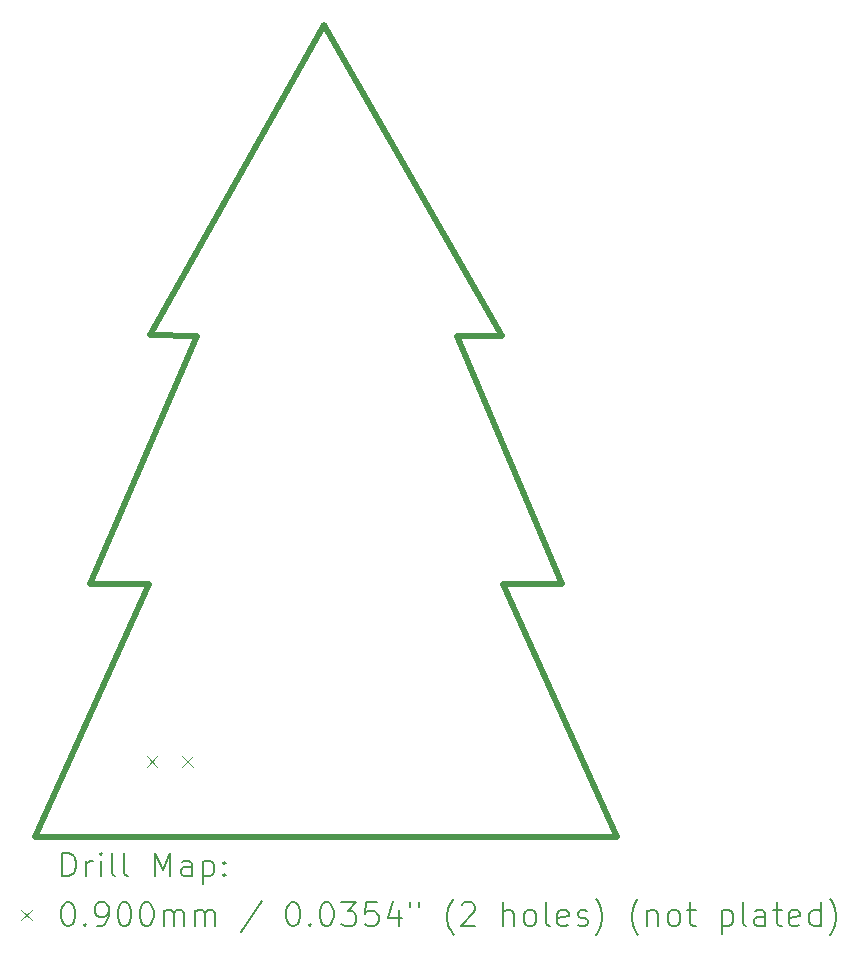
<source format=gbr>
%TF.GenerationSoftware,KiCad,Pcbnew,8.0.4*%
%TF.CreationDate,2024-12-02T20:50:36-07:00*%
%TF.ProjectId,tree,74726565-2e6b-4696-9361-645f70636258,rev?*%
%TF.SameCoordinates,Original*%
%TF.FileFunction,Drillmap*%
%TF.FilePolarity,Positive*%
%FSLAX45Y45*%
G04 Gerber Fmt 4.5, Leading zero omitted, Abs format (unit mm)*
G04 Created by KiCad (PCBNEW 8.0.4) date 2024-12-02 20:50:36*
%MOMM*%
%LPD*%
G01*
G04 APERTURE LIST*
%ADD10C,0.500000*%
%ADD11C,0.200000*%
%ADD12C,0.100000*%
G04 APERTURE END LIST*
D10*
X13120857Y-10040963D02*
X12621446Y-10040342D01*
X16621266Y-10040905D02*
X16120410Y-10041979D01*
X13528989Y-7938819D02*
X13129779Y-7933244D01*
X14600000Y-5310000D02*
X16112601Y-7938783D01*
X12621446Y-10040342D02*
X13528989Y-7938819D01*
X13129779Y-7933244D02*
X14600000Y-5310000D01*
X12152020Y-12179984D02*
X13120857Y-10040963D01*
X17079949Y-12179984D02*
X12152020Y-12179984D01*
X16120410Y-10041979D02*
X17079949Y-12179984D01*
X16112601Y-7938783D02*
X15727174Y-7943034D01*
X15727174Y-7943034D02*
X16621266Y-10040905D01*
D11*
D12*
X13100000Y-11501000D02*
X13190000Y-11591000D01*
X13190000Y-11501000D02*
X13100000Y-11591000D01*
X13400000Y-11501000D02*
X13490000Y-11591000D01*
X13490000Y-11501000D02*
X13400000Y-11591000D01*
D11*
X12387797Y-12516468D02*
X12387797Y-12316468D01*
X12387797Y-12316468D02*
X12435416Y-12316468D01*
X12435416Y-12316468D02*
X12463988Y-12325991D01*
X12463988Y-12325991D02*
X12483035Y-12345039D01*
X12483035Y-12345039D02*
X12492559Y-12364087D01*
X12492559Y-12364087D02*
X12502083Y-12402182D01*
X12502083Y-12402182D02*
X12502083Y-12430753D01*
X12502083Y-12430753D02*
X12492559Y-12468849D01*
X12492559Y-12468849D02*
X12483035Y-12487896D01*
X12483035Y-12487896D02*
X12463988Y-12506944D01*
X12463988Y-12506944D02*
X12435416Y-12516468D01*
X12435416Y-12516468D02*
X12387797Y-12516468D01*
X12587797Y-12516468D02*
X12587797Y-12383134D01*
X12587797Y-12421230D02*
X12597321Y-12402182D01*
X12597321Y-12402182D02*
X12606845Y-12392658D01*
X12606845Y-12392658D02*
X12625892Y-12383134D01*
X12625892Y-12383134D02*
X12644940Y-12383134D01*
X12711607Y-12516468D02*
X12711607Y-12383134D01*
X12711607Y-12316468D02*
X12702083Y-12325991D01*
X12702083Y-12325991D02*
X12711607Y-12335515D01*
X12711607Y-12335515D02*
X12721130Y-12325991D01*
X12721130Y-12325991D02*
X12711607Y-12316468D01*
X12711607Y-12316468D02*
X12711607Y-12335515D01*
X12835416Y-12516468D02*
X12816369Y-12506944D01*
X12816369Y-12506944D02*
X12806845Y-12487896D01*
X12806845Y-12487896D02*
X12806845Y-12316468D01*
X12940178Y-12516468D02*
X12921130Y-12506944D01*
X12921130Y-12506944D02*
X12911607Y-12487896D01*
X12911607Y-12487896D02*
X12911607Y-12316468D01*
X13168750Y-12516468D02*
X13168750Y-12316468D01*
X13168750Y-12316468D02*
X13235416Y-12459325D01*
X13235416Y-12459325D02*
X13302083Y-12316468D01*
X13302083Y-12316468D02*
X13302083Y-12516468D01*
X13483035Y-12516468D02*
X13483035Y-12411706D01*
X13483035Y-12411706D02*
X13473511Y-12392658D01*
X13473511Y-12392658D02*
X13454464Y-12383134D01*
X13454464Y-12383134D02*
X13416369Y-12383134D01*
X13416369Y-12383134D02*
X13397321Y-12392658D01*
X13483035Y-12506944D02*
X13463988Y-12516468D01*
X13463988Y-12516468D02*
X13416369Y-12516468D01*
X13416369Y-12516468D02*
X13397321Y-12506944D01*
X13397321Y-12506944D02*
X13387797Y-12487896D01*
X13387797Y-12487896D02*
X13387797Y-12468849D01*
X13387797Y-12468849D02*
X13397321Y-12449801D01*
X13397321Y-12449801D02*
X13416369Y-12440277D01*
X13416369Y-12440277D02*
X13463988Y-12440277D01*
X13463988Y-12440277D02*
X13483035Y-12430753D01*
X13578273Y-12383134D02*
X13578273Y-12583134D01*
X13578273Y-12392658D02*
X13597321Y-12383134D01*
X13597321Y-12383134D02*
X13635416Y-12383134D01*
X13635416Y-12383134D02*
X13654464Y-12392658D01*
X13654464Y-12392658D02*
X13663988Y-12402182D01*
X13663988Y-12402182D02*
X13673511Y-12421230D01*
X13673511Y-12421230D02*
X13673511Y-12478372D01*
X13673511Y-12478372D02*
X13663988Y-12497420D01*
X13663988Y-12497420D02*
X13654464Y-12506944D01*
X13654464Y-12506944D02*
X13635416Y-12516468D01*
X13635416Y-12516468D02*
X13597321Y-12516468D01*
X13597321Y-12516468D02*
X13578273Y-12506944D01*
X13759226Y-12497420D02*
X13768750Y-12506944D01*
X13768750Y-12506944D02*
X13759226Y-12516468D01*
X13759226Y-12516468D02*
X13749702Y-12506944D01*
X13749702Y-12506944D02*
X13759226Y-12497420D01*
X13759226Y-12497420D02*
X13759226Y-12516468D01*
X13759226Y-12392658D02*
X13768750Y-12402182D01*
X13768750Y-12402182D02*
X13759226Y-12411706D01*
X13759226Y-12411706D02*
X13749702Y-12402182D01*
X13749702Y-12402182D02*
X13759226Y-12392658D01*
X13759226Y-12392658D02*
X13759226Y-12411706D01*
D12*
X12037020Y-12799984D02*
X12127020Y-12889984D01*
X12127020Y-12799984D02*
X12037020Y-12889984D01*
D11*
X12425892Y-12736468D02*
X12444940Y-12736468D01*
X12444940Y-12736468D02*
X12463988Y-12745991D01*
X12463988Y-12745991D02*
X12473511Y-12755515D01*
X12473511Y-12755515D02*
X12483035Y-12774563D01*
X12483035Y-12774563D02*
X12492559Y-12812658D01*
X12492559Y-12812658D02*
X12492559Y-12860277D01*
X12492559Y-12860277D02*
X12483035Y-12898372D01*
X12483035Y-12898372D02*
X12473511Y-12917420D01*
X12473511Y-12917420D02*
X12463988Y-12926944D01*
X12463988Y-12926944D02*
X12444940Y-12936468D01*
X12444940Y-12936468D02*
X12425892Y-12936468D01*
X12425892Y-12936468D02*
X12406845Y-12926944D01*
X12406845Y-12926944D02*
X12397321Y-12917420D01*
X12397321Y-12917420D02*
X12387797Y-12898372D01*
X12387797Y-12898372D02*
X12378273Y-12860277D01*
X12378273Y-12860277D02*
X12378273Y-12812658D01*
X12378273Y-12812658D02*
X12387797Y-12774563D01*
X12387797Y-12774563D02*
X12397321Y-12755515D01*
X12397321Y-12755515D02*
X12406845Y-12745991D01*
X12406845Y-12745991D02*
X12425892Y-12736468D01*
X12578273Y-12917420D02*
X12587797Y-12926944D01*
X12587797Y-12926944D02*
X12578273Y-12936468D01*
X12578273Y-12936468D02*
X12568750Y-12926944D01*
X12568750Y-12926944D02*
X12578273Y-12917420D01*
X12578273Y-12917420D02*
X12578273Y-12936468D01*
X12683035Y-12936468D02*
X12721130Y-12936468D01*
X12721130Y-12936468D02*
X12740178Y-12926944D01*
X12740178Y-12926944D02*
X12749702Y-12917420D01*
X12749702Y-12917420D02*
X12768750Y-12888849D01*
X12768750Y-12888849D02*
X12778273Y-12850753D01*
X12778273Y-12850753D02*
X12778273Y-12774563D01*
X12778273Y-12774563D02*
X12768750Y-12755515D01*
X12768750Y-12755515D02*
X12759226Y-12745991D01*
X12759226Y-12745991D02*
X12740178Y-12736468D01*
X12740178Y-12736468D02*
X12702083Y-12736468D01*
X12702083Y-12736468D02*
X12683035Y-12745991D01*
X12683035Y-12745991D02*
X12673511Y-12755515D01*
X12673511Y-12755515D02*
X12663988Y-12774563D01*
X12663988Y-12774563D02*
X12663988Y-12822182D01*
X12663988Y-12822182D02*
X12673511Y-12841230D01*
X12673511Y-12841230D02*
X12683035Y-12850753D01*
X12683035Y-12850753D02*
X12702083Y-12860277D01*
X12702083Y-12860277D02*
X12740178Y-12860277D01*
X12740178Y-12860277D02*
X12759226Y-12850753D01*
X12759226Y-12850753D02*
X12768750Y-12841230D01*
X12768750Y-12841230D02*
X12778273Y-12822182D01*
X12902083Y-12736468D02*
X12921131Y-12736468D01*
X12921131Y-12736468D02*
X12940178Y-12745991D01*
X12940178Y-12745991D02*
X12949702Y-12755515D01*
X12949702Y-12755515D02*
X12959226Y-12774563D01*
X12959226Y-12774563D02*
X12968750Y-12812658D01*
X12968750Y-12812658D02*
X12968750Y-12860277D01*
X12968750Y-12860277D02*
X12959226Y-12898372D01*
X12959226Y-12898372D02*
X12949702Y-12917420D01*
X12949702Y-12917420D02*
X12940178Y-12926944D01*
X12940178Y-12926944D02*
X12921131Y-12936468D01*
X12921131Y-12936468D02*
X12902083Y-12936468D01*
X12902083Y-12936468D02*
X12883035Y-12926944D01*
X12883035Y-12926944D02*
X12873511Y-12917420D01*
X12873511Y-12917420D02*
X12863988Y-12898372D01*
X12863988Y-12898372D02*
X12854464Y-12860277D01*
X12854464Y-12860277D02*
X12854464Y-12812658D01*
X12854464Y-12812658D02*
X12863988Y-12774563D01*
X12863988Y-12774563D02*
X12873511Y-12755515D01*
X12873511Y-12755515D02*
X12883035Y-12745991D01*
X12883035Y-12745991D02*
X12902083Y-12736468D01*
X13092559Y-12736468D02*
X13111607Y-12736468D01*
X13111607Y-12736468D02*
X13130654Y-12745991D01*
X13130654Y-12745991D02*
X13140178Y-12755515D01*
X13140178Y-12755515D02*
X13149702Y-12774563D01*
X13149702Y-12774563D02*
X13159226Y-12812658D01*
X13159226Y-12812658D02*
X13159226Y-12860277D01*
X13159226Y-12860277D02*
X13149702Y-12898372D01*
X13149702Y-12898372D02*
X13140178Y-12917420D01*
X13140178Y-12917420D02*
X13130654Y-12926944D01*
X13130654Y-12926944D02*
X13111607Y-12936468D01*
X13111607Y-12936468D02*
X13092559Y-12936468D01*
X13092559Y-12936468D02*
X13073511Y-12926944D01*
X13073511Y-12926944D02*
X13063988Y-12917420D01*
X13063988Y-12917420D02*
X13054464Y-12898372D01*
X13054464Y-12898372D02*
X13044940Y-12860277D01*
X13044940Y-12860277D02*
X13044940Y-12812658D01*
X13044940Y-12812658D02*
X13054464Y-12774563D01*
X13054464Y-12774563D02*
X13063988Y-12755515D01*
X13063988Y-12755515D02*
X13073511Y-12745991D01*
X13073511Y-12745991D02*
X13092559Y-12736468D01*
X13244940Y-12936468D02*
X13244940Y-12803134D01*
X13244940Y-12822182D02*
X13254464Y-12812658D01*
X13254464Y-12812658D02*
X13273511Y-12803134D01*
X13273511Y-12803134D02*
X13302083Y-12803134D01*
X13302083Y-12803134D02*
X13321131Y-12812658D01*
X13321131Y-12812658D02*
X13330654Y-12831706D01*
X13330654Y-12831706D02*
X13330654Y-12936468D01*
X13330654Y-12831706D02*
X13340178Y-12812658D01*
X13340178Y-12812658D02*
X13359226Y-12803134D01*
X13359226Y-12803134D02*
X13387797Y-12803134D01*
X13387797Y-12803134D02*
X13406845Y-12812658D01*
X13406845Y-12812658D02*
X13416369Y-12831706D01*
X13416369Y-12831706D02*
X13416369Y-12936468D01*
X13511607Y-12936468D02*
X13511607Y-12803134D01*
X13511607Y-12822182D02*
X13521131Y-12812658D01*
X13521131Y-12812658D02*
X13540178Y-12803134D01*
X13540178Y-12803134D02*
X13568750Y-12803134D01*
X13568750Y-12803134D02*
X13587797Y-12812658D01*
X13587797Y-12812658D02*
X13597321Y-12831706D01*
X13597321Y-12831706D02*
X13597321Y-12936468D01*
X13597321Y-12831706D02*
X13606845Y-12812658D01*
X13606845Y-12812658D02*
X13625892Y-12803134D01*
X13625892Y-12803134D02*
X13654464Y-12803134D01*
X13654464Y-12803134D02*
X13673512Y-12812658D01*
X13673512Y-12812658D02*
X13683035Y-12831706D01*
X13683035Y-12831706D02*
X13683035Y-12936468D01*
X14073512Y-12726944D02*
X13902083Y-12984087D01*
X14330654Y-12736468D02*
X14349702Y-12736468D01*
X14349702Y-12736468D02*
X14368750Y-12745991D01*
X14368750Y-12745991D02*
X14378274Y-12755515D01*
X14378274Y-12755515D02*
X14387797Y-12774563D01*
X14387797Y-12774563D02*
X14397321Y-12812658D01*
X14397321Y-12812658D02*
X14397321Y-12860277D01*
X14397321Y-12860277D02*
X14387797Y-12898372D01*
X14387797Y-12898372D02*
X14378274Y-12917420D01*
X14378274Y-12917420D02*
X14368750Y-12926944D01*
X14368750Y-12926944D02*
X14349702Y-12936468D01*
X14349702Y-12936468D02*
X14330654Y-12936468D01*
X14330654Y-12936468D02*
X14311607Y-12926944D01*
X14311607Y-12926944D02*
X14302083Y-12917420D01*
X14302083Y-12917420D02*
X14292559Y-12898372D01*
X14292559Y-12898372D02*
X14283035Y-12860277D01*
X14283035Y-12860277D02*
X14283035Y-12812658D01*
X14283035Y-12812658D02*
X14292559Y-12774563D01*
X14292559Y-12774563D02*
X14302083Y-12755515D01*
X14302083Y-12755515D02*
X14311607Y-12745991D01*
X14311607Y-12745991D02*
X14330654Y-12736468D01*
X14483035Y-12917420D02*
X14492559Y-12926944D01*
X14492559Y-12926944D02*
X14483035Y-12936468D01*
X14483035Y-12936468D02*
X14473512Y-12926944D01*
X14473512Y-12926944D02*
X14483035Y-12917420D01*
X14483035Y-12917420D02*
X14483035Y-12936468D01*
X14616369Y-12736468D02*
X14635416Y-12736468D01*
X14635416Y-12736468D02*
X14654464Y-12745991D01*
X14654464Y-12745991D02*
X14663988Y-12755515D01*
X14663988Y-12755515D02*
X14673512Y-12774563D01*
X14673512Y-12774563D02*
X14683035Y-12812658D01*
X14683035Y-12812658D02*
X14683035Y-12860277D01*
X14683035Y-12860277D02*
X14673512Y-12898372D01*
X14673512Y-12898372D02*
X14663988Y-12917420D01*
X14663988Y-12917420D02*
X14654464Y-12926944D01*
X14654464Y-12926944D02*
X14635416Y-12936468D01*
X14635416Y-12936468D02*
X14616369Y-12936468D01*
X14616369Y-12936468D02*
X14597321Y-12926944D01*
X14597321Y-12926944D02*
X14587797Y-12917420D01*
X14587797Y-12917420D02*
X14578274Y-12898372D01*
X14578274Y-12898372D02*
X14568750Y-12860277D01*
X14568750Y-12860277D02*
X14568750Y-12812658D01*
X14568750Y-12812658D02*
X14578274Y-12774563D01*
X14578274Y-12774563D02*
X14587797Y-12755515D01*
X14587797Y-12755515D02*
X14597321Y-12745991D01*
X14597321Y-12745991D02*
X14616369Y-12736468D01*
X14749702Y-12736468D02*
X14873512Y-12736468D01*
X14873512Y-12736468D02*
X14806845Y-12812658D01*
X14806845Y-12812658D02*
X14835416Y-12812658D01*
X14835416Y-12812658D02*
X14854464Y-12822182D01*
X14854464Y-12822182D02*
X14863988Y-12831706D01*
X14863988Y-12831706D02*
X14873512Y-12850753D01*
X14873512Y-12850753D02*
X14873512Y-12898372D01*
X14873512Y-12898372D02*
X14863988Y-12917420D01*
X14863988Y-12917420D02*
X14854464Y-12926944D01*
X14854464Y-12926944D02*
X14835416Y-12936468D01*
X14835416Y-12936468D02*
X14778274Y-12936468D01*
X14778274Y-12936468D02*
X14759226Y-12926944D01*
X14759226Y-12926944D02*
X14749702Y-12917420D01*
X15054464Y-12736468D02*
X14959226Y-12736468D01*
X14959226Y-12736468D02*
X14949702Y-12831706D01*
X14949702Y-12831706D02*
X14959226Y-12822182D01*
X14959226Y-12822182D02*
X14978274Y-12812658D01*
X14978274Y-12812658D02*
X15025893Y-12812658D01*
X15025893Y-12812658D02*
X15044940Y-12822182D01*
X15044940Y-12822182D02*
X15054464Y-12831706D01*
X15054464Y-12831706D02*
X15063988Y-12850753D01*
X15063988Y-12850753D02*
X15063988Y-12898372D01*
X15063988Y-12898372D02*
X15054464Y-12917420D01*
X15054464Y-12917420D02*
X15044940Y-12926944D01*
X15044940Y-12926944D02*
X15025893Y-12936468D01*
X15025893Y-12936468D02*
X14978274Y-12936468D01*
X14978274Y-12936468D02*
X14959226Y-12926944D01*
X14959226Y-12926944D02*
X14949702Y-12917420D01*
X15235416Y-12803134D02*
X15235416Y-12936468D01*
X15187797Y-12726944D02*
X15140178Y-12869801D01*
X15140178Y-12869801D02*
X15263988Y-12869801D01*
X15330655Y-12736468D02*
X15330655Y-12774563D01*
X15406845Y-12736468D02*
X15406845Y-12774563D01*
X15702083Y-13012658D02*
X15692559Y-13003134D01*
X15692559Y-13003134D02*
X15673512Y-12974563D01*
X15673512Y-12974563D02*
X15663988Y-12955515D01*
X15663988Y-12955515D02*
X15654464Y-12926944D01*
X15654464Y-12926944D02*
X15644940Y-12879325D01*
X15644940Y-12879325D02*
X15644940Y-12841230D01*
X15644940Y-12841230D02*
X15654464Y-12793610D01*
X15654464Y-12793610D02*
X15663988Y-12765039D01*
X15663988Y-12765039D02*
X15673512Y-12745991D01*
X15673512Y-12745991D02*
X15692559Y-12717420D01*
X15692559Y-12717420D02*
X15702083Y-12707896D01*
X15768750Y-12755515D02*
X15778274Y-12745991D01*
X15778274Y-12745991D02*
X15797321Y-12736468D01*
X15797321Y-12736468D02*
X15844940Y-12736468D01*
X15844940Y-12736468D02*
X15863988Y-12745991D01*
X15863988Y-12745991D02*
X15873512Y-12755515D01*
X15873512Y-12755515D02*
X15883036Y-12774563D01*
X15883036Y-12774563D02*
X15883036Y-12793610D01*
X15883036Y-12793610D02*
X15873512Y-12822182D01*
X15873512Y-12822182D02*
X15759226Y-12936468D01*
X15759226Y-12936468D02*
X15883036Y-12936468D01*
X16121131Y-12936468D02*
X16121131Y-12736468D01*
X16206845Y-12936468D02*
X16206845Y-12831706D01*
X16206845Y-12831706D02*
X16197321Y-12812658D01*
X16197321Y-12812658D02*
X16178274Y-12803134D01*
X16178274Y-12803134D02*
X16149702Y-12803134D01*
X16149702Y-12803134D02*
X16130655Y-12812658D01*
X16130655Y-12812658D02*
X16121131Y-12822182D01*
X16330655Y-12936468D02*
X16311607Y-12926944D01*
X16311607Y-12926944D02*
X16302083Y-12917420D01*
X16302083Y-12917420D02*
X16292559Y-12898372D01*
X16292559Y-12898372D02*
X16292559Y-12841230D01*
X16292559Y-12841230D02*
X16302083Y-12822182D01*
X16302083Y-12822182D02*
X16311607Y-12812658D01*
X16311607Y-12812658D02*
X16330655Y-12803134D01*
X16330655Y-12803134D02*
X16359226Y-12803134D01*
X16359226Y-12803134D02*
X16378274Y-12812658D01*
X16378274Y-12812658D02*
X16387798Y-12822182D01*
X16387798Y-12822182D02*
X16397321Y-12841230D01*
X16397321Y-12841230D02*
X16397321Y-12898372D01*
X16397321Y-12898372D02*
X16387798Y-12917420D01*
X16387798Y-12917420D02*
X16378274Y-12926944D01*
X16378274Y-12926944D02*
X16359226Y-12936468D01*
X16359226Y-12936468D02*
X16330655Y-12936468D01*
X16511607Y-12936468D02*
X16492559Y-12926944D01*
X16492559Y-12926944D02*
X16483036Y-12907896D01*
X16483036Y-12907896D02*
X16483036Y-12736468D01*
X16663988Y-12926944D02*
X16644940Y-12936468D01*
X16644940Y-12936468D02*
X16606845Y-12936468D01*
X16606845Y-12936468D02*
X16587798Y-12926944D01*
X16587798Y-12926944D02*
X16578274Y-12907896D01*
X16578274Y-12907896D02*
X16578274Y-12831706D01*
X16578274Y-12831706D02*
X16587798Y-12812658D01*
X16587798Y-12812658D02*
X16606845Y-12803134D01*
X16606845Y-12803134D02*
X16644940Y-12803134D01*
X16644940Y-12803134D02*
X16663988Y-12812658D01*
X16663988Y-12812658D02*
X16673512Y-12831706D01*
X16673512Y-12831706D02*
X16673512Y-12850753D01*
X16673512Y-12850753D02*
X16578274Y-12869801D01*
X16749702Y-12926944D02*
X16768750Y-12936468D01*
X16768750Y-12936468D02*
X16806845Y-12936468D01*
X16806845Y-12936468D02*
X16825893Y-12926944D01*
X16825893Y-12926944D02*
X16835417Y-12907896D01*
X16835417Y-12907896D02*
X16835417Y-12898372D01*
X16835417Y-12898372D02*
X16825893Y-12879325D01*
X16825893Y-12879325D02*
X16806845Y-12869801D01*
X16806845Y-12869801D02*
X16778274Y-12869801D01*
X16778274Y-12869801D02*
X16759226Y-12860277D01*
X16759226Y-12860277D02*
X16749702Y-12841230D01*
X16749702Y-12841230D02*
X16749702Y-12831706D01*
X16749702Y-12831706D02*
X16759226Y-12812658D01*
X16759226Y-12812658D02*
X16778274Y-12803134D01*
X16778274Y-12803134D02*
X16806845Y-12803134D01*
X16806845Y-12803134D02*
X16825893Y-12812658D01*
X16902083Y-13012658D02*
X16911607Y-13003134D01*
X16911607Y-13003134D02*
X16930655Y-12974563D01*
X16930655Y-12974563D02*
X16940179Y-12955515D01*
X16940179Y-12955515D02*
X16949702Y-12926944D01*
X16949702Y-12926944D02*
X16959226Y-12879325D01*
X16959226Y-12879325D02*
X16959226Y-12841230D01*
X16959226Y-12841230D02*
X16949702Y-12793610D01*
X16949702Y-12793610D02*
X16940179Y-12765039D01*
X16940179Y-12765039D02*
X16930655Y-12745991D01*
X16930655Y-12745991D02*
X16911607Y-12717420D01*
X16911607Y-12717420D02*
X16902083Y-12707896D01*
X17263988Y-13012658D02*
X17254464Y-13003134D01*
X17254464Y-13003134D02*
X17235417Y-12974563D01*
X17235417Y-12974563D02*
X17225893Y-12955515D01*
X17225893Y-12955515D02*
X17216369Y-12926944D01*
X17216369Y-12926944D02*
X17206845Y-12879325D01*
X17206845Y-12879325D02*
X17206845Y-12841230D01*
X17206845Y-12841230D02*
X17216369Y-12793610D01*
X17216369Y-12793610D02*
X17225893Y-12765039D01*
X17225893Y-12765039D02*
X17235417Y-12745991D01*
X17235417Y-12745991D02*
X17254464Y-12717420D01*
X17254464Y-12717420D02*
X17263988Y-12707896D01*
X17340179Y-12803134D02*
X17340179Y-12936468D01*
X17340179Y-12822182D02*
X17349702Y-12812658D01*
X17349702Y-12812658D02*
X17368750Y-12803134D01*
X17368750Y-12803134D02*
X17397322Y-12803134D01*
X17397322Y-12803134D02*
X17416369Y-12812658D01*
X17416369Y-12812658D02*
X17425893Y-12831706D01*
X17425893Y-12831706D02*
X17425893Y-12936468D01*
X17549702Y-12936468D02*
X17530655Y-12926944D01*
X17530655Y-12926944D02*
X17521131Y-12917420D01*
X17521131Y-12917420D02*
X17511607Y-12898372D01*
X17511607Y-12898372D02*
X17511607Y-12841230D01*
X17511607Y-12841230D02*
X17521131Y-12822182D01*
X17521131Y-12822182D02*
X17530655Y-12812658D01*
X17530655Y-12812658D02*
X17549702Y-12803134D01*
X17549702Y-12803134D02*
X17578274Y-12803134D01*
X17578274Y-12803134D02*
X17597322Y-12812658D01*
X17597322Y-12812658D02*
X17606845Y-12822182D01*
X17606845Y-12822182D02*
X17616369Y-12841230D01*
X17616369Y-12841230D02*
X17616369Y-12898372D01*
X17616369Y-12898372D02*
X17606845Y-12917420D01*
X17606845Y-12917420D02*
X17597322Y-12926944D01*
X17597322Y-12926944D02*
X17578274Y-12936468D01*
X17578274Y-12936468D02*
X17549702Y-12936468D01*
X17673512Y-12803134D02*
X17749702Y-12803134D01*
X17702083Y-12736468D02*
X17702083Y-12907896D01*
X17702083Y-12907896D02*
X17711607Y-12926944D01*
X17711607Y-12926944D02*
X17730655Y-12936468D01*
X17730655Y-12936468D02*
X17749702Y-12936468D01*
X17968750Y-12803134D02*
X17968750Y-13003134D01*
X17968750Y-12812658D02*
X17987798Y-12803134D01*
X17987798Y-12803134D02*
X18025893Y-12803134D01*
X18025893Y-12803134D02*
X18044941Y-12812658D01*
X18044941Y-12812658D02*
X18054464Y-12822182D01*
X18054464Y-12822182D02*
X18063988Y-12841230D01*
X18063988Y-12841230D02*
X18063988Y-12898372D01*
X18063988Y-12898372D02*
X18054464Y-12917420D01*
X18054464Y-12917420D02*
X18044941Y-12926944D01*
X18044941Y-12926944D02*
X18025893Y-12936468D01*
X18025893Y-12936468D02*
X17987798Y-12936468D01*
X17987798Y-12936468D02*
X17968750Y-12926944D01*
X18178274Y-12936468D02*
X18159226Y-12926944D01*
X18159226Y-12926944D02*
X18149703Y-12907896D01*
X18149703Y-12907896D02*
X18149703Y-12736468D01*
X18340179Y-12936468D02*
X18340179Y-12831706D01*
X18340179Y-12831706D02*
X18330655Y-12812658D01*
X18330655Y-12812658D02*
X18311607Y-12803134D01*
X18311607Y-12803134D02*
X18273512Y-12803134D01*
X18273512Y-12803134D02*
X18254464Y-12812658D01*
X18340179Y-12926944D02*
X18321131Y-12936468D01*
X18321131Y-12936468D02*
X18273512Y-12936468D01*
X18273512Y-12936468D02*
X18254464Y-12926944D01*
X18254464Y-12926944D02*
X18244941Y-12907896D01*
X18244941Y-12907896D02*
X18244941Y-12888849D01*
X18244941Y-12888849D02*
X18254464Y-12869801D01*
X18254464Y-12869801D02*
X18273512Y-12860277D01*
X18273512Y-12860277D02*
X18321131Y-12860277D01*
X18321131Y-12860277D02*
X18340179Y-12850753D01*
X18406845Y-12803134D02*
X18483036Y-12803134D01*
X18435417Y-12736468D02*
X18435417Y-12907896D01*
X18435417Y-12907896D02*
X18444941Y-12926944D01*
X18444941Y-12926944D02*
X18463988Y-12936468D01*
X18463988Y-12936468D02*
X18483036Y-12936468D01*
X18625893Y-12926944D02*
X18606845Y-12936468D01*
X18606845Y-12936468D02*
X18568750Y-12936468D01*
X18568750Y-12936468D02*
X18549703Y-12926944D01*
X18549703Y-12926944D02*
X18540179Y-12907896D01*
X18540179Y-12907896D02*
X18540179Y-12831706D01*
X18540179Y-12831706D02*
X18549703Y-12812658D01*
X18549703Y-12812658D02*
X18568750Y-12803134D01*
X18568750Y-12803134D02*
X18606845Y-12803134D01*
X18606845Y-12803134D02*
X18625893Y-12812658D01*
X18625893Y-12812658D02*
X18635417Y-12831706D01*
X18635417Y-12831706D02*
X18635417Y-12850753D01*
X18635417Y-12850753D02*
X18540179Y-12869801D01*
X18806845Y-12936468D02*
X18806845Y-12736468D01*
X18806845Y-12926944D02*
X18787798Y-12936468D01*
X18787798Y-12936468D02*
X18749703Y-12936468D01*
X18749703Y-12936468D02*
X18730655Y-12926944D01*
X18730655Y-12926944D02*
X18721131Y-12917420D01*
X18721131Y-12917420D02*
X18711607Y-12898372D01*
X18711607Y-12898372D02*
X18711607Y-12841230D01*
X18711607Y-12841230D02*
X18721131Y-12822182D01*
X18721131Y-12822182D02*
X18730655Y-12812658D01*
X18730655Y-12812658D02*
X18749703Y-12803134D01*
X18749703Y-12803134D02*
X18787798Y-12803134D01*
X18787798Y-12803134D02*
X18806845Y-12812658D01*
X18883036Y-13012658D02*
X18892560Y-13003134D01*
X18892560Y-13003134D02*
X18911607Y-12974563D01*
X18911607Y-12974563D02*
X18921131Y-12955515D01*
X18921131Y-12955515D02*
X18930655Y-12926944D01*
X18930655Y-12926944D02*
X18940179Y-12879325D01*
X18940179Y-12879325D02*
X18940179Y-12841230D01*
X18940179Y-12841230D02*
X18930655Y-12793610D01*
X18930655Y-12793610D02*
X18921131Y-12765039D01*
X18921131Y-12765039D02*
X18911607Y-12745991D01*
X18911607Y-12745991D02*
X18892560Y-12717420D01*
X18892560Y-12717420D02*
X18883036Y-12707896D01*
M02*

</source>
